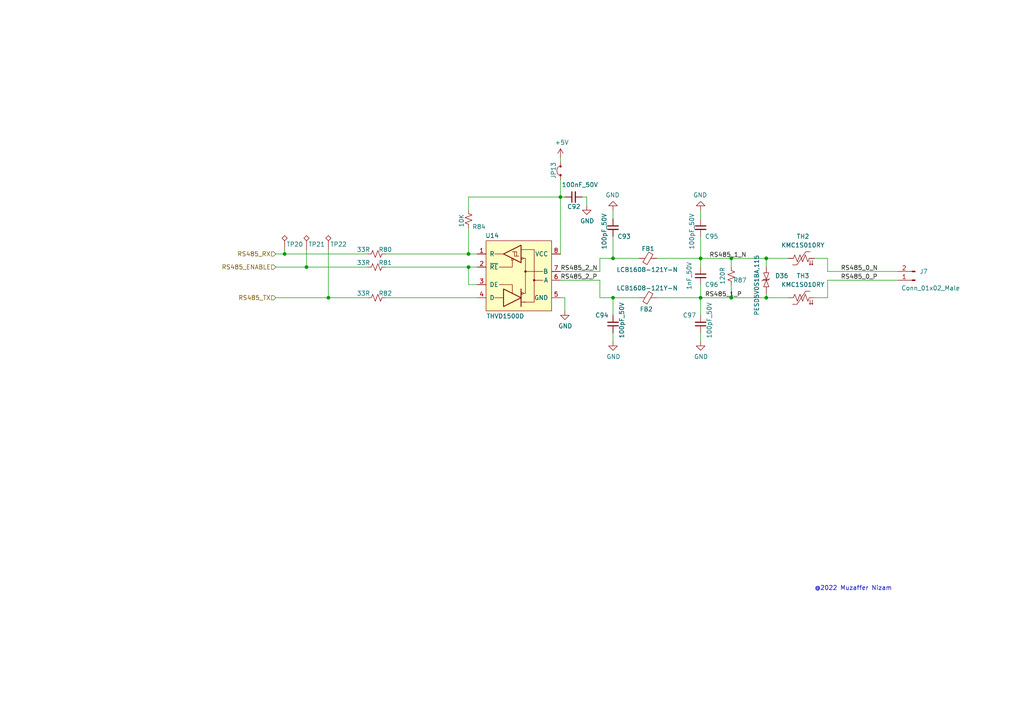
<source format=kicad_sch>
(kicad_sch (version 20231120) (generator "eeschema") (generator_version "8.0")
  (paper "A4")
  (lib_symbols
    (symbol "AKE_Capacitor:Capacitor_UnPolarised" (pin_numbers hide) (pin_names (offset 0.254) hide)
      (property "Reference" "C" (at 0.254 1.778 0))
      (property "Value" "Capacitor_UnPolarised" (at 0 -1.27 0))
      (symbol "Capacitor_UnPolarised_0_1"
        (polyline (pts (xy -1.524 -0.508) (xy 1.524 -0.508)) (stroke (width 0.3302)))
        (polyline (pts (xy -1.524 0.508) (xy 1.524 0.508)) (stroke (width 0.3048)))
      )
      (symbol "Capacitor_UnPolarised_1_1"
        (pin passive line (at 0 2.54 270) (length 2.032) (name "~") (number "1"))
        (pin passive line (at 0 -2.54 90) (length 2.032) (name "~") (number "2"))
      )
    )
    (symbol "AKE_Connector_Socket:Conn_01x02_Male" (pin_names (offset 1.016) hide)
      (property "Reference" "J" (at 0 2.54 0))
      (property "Value" "Conn_01x02_Male" (at 0 -5.08 0))
      (symbol "Conn_01x02_Male_1_1"
        (polyline (pts (xy 1.27 -2.54) (xy 0.8636 -2.54)) (stroke (width 0.1524)))
        (polyline (pts (xy 1.27 0) (xy 0.8636 0)) (stroke (width 0.1524)))
        (rectangle (start 0.8636 -2.413) (end 0 -2.667) (stroke (width 0.1524)) (fill (type outline)))
        (rectangle (start 0.8636 0.127) (end 0 -0.127) (stroke (width 0.1524)) (fill (type outline)))
        (pin passive line (at 5.08 0 180) (length 3.81) (name "Pin_1") (number "1"))
        (pin passive line (at 5.08 -2.54 180) (length 3.81) (name "Pin_2") (number "2"))
      )
    )
    (symbol "AKE_Device:Jumper_Pinheader" (pin_names (offset 0) hide)
      (property "Reference" "JP" (at 0 2.794 0))
      (symbol "Jumper_Pinheader_0_1"
        (arc (start 1.27 0.508) (mid 0 1.0341) (end -1.27 0.508))
      )
      (symbol "Jumper_Pinheader_1_0"
        (circle (center -1.27 0) (radius 0.254) (fill (type outline)))
        (circle (center 1.27 0) (radius 0.254) (fill (type outline)))
      )
      (symbol "Jumper_Pinheader_1_1"
        (pin passive line (at -2.54 0 0) (length 1.27) (name "A") (number "1"))
        (pin passive line (at 2.54 0 180) (length 1.27) (name "B") (number "2"))
      )
    )
    (symbol "AKE_Device:Test_Point" (pin_numbers hide) (pin_names (offset 0.762) hide)
      (property "Reference" "TP" (at 0 6.858 0))
      (property "Value" "Test_Point" (at 0 5.08 0))
      (symbol "Test_Point_0_1"
        (polyline (pts (xy 0 2.54) (xy -0.762 3.302) (xy 0 4.064) (xy 0.762 3.302) (xy 0 2.54)))
      )
      (symbol "Test_Point_1_1"
        (pin passive line (at 0 0 90) (length 2.54) (name "1") (number "1"))
      )
    )
    (symbol "AKE_Diode:Diode_TVS_Bidirectional" (pin_names (offset 1.016))
      (property "Reference" "D" (at 0.762 2.921 0))
      (property "Value" "Diode_TVS_Bidirectional" (at 4.318 5.207 0))
      (symbol "Diode_TVS_Bidirectional_0_1"
        (polyline (pts (xy 1.27 1.27) (xy 1.905 1.27)) (stroke (width 0.1524)))
        (polyline (pts (xy 4.064 2.032) (xy 3.556 2.54)) (stroke (width 0.1524)))
        (polyline (pts (xy 4.064 2.032) (xy 4.064 0.508)) (stroke (width 0.1524)))
        (polyline (pts (xy 6.35 1.27) (xy 5.969 1.27)) (stroke (width 0.1524)))
        (polyline (pts (xy 3.81 2.286) (xy 3.81 0.762) (xy 4.318 0.254)) (stroke (width 0.1524)))
        (polyline (pts (xy 3.81 1.27) (xy 1.905 0.508) (xy 1.905 2.032) (xy 3.81 1.27)) (stroke (width 0.1524)))
        (polyline (pts (xy 4.064 1.27) (xy 5.969 2.032) (xy 5.969 0.508) (xy 4.064 1.27)) (stroke (width 0.1524)))
      )
      (symbol "Diode_TVS_Bidirectional_1_1"
        (pin passive line (at 0 1.27 0) (length 1.27) (name "~") (number "1"))
        (pin passive line (at 7.62 1.27 180) (length 1.27) (name "~") (number "2"))
      )
    )
    (symbol "AKE_IC:THVD1500D" (pin_names (offset 1.016))
      (property "Reference" "U" (at 3.81 21.59 0))
      (property "Value" "THVD1500D" (at 11.43 -1.27 0))
      (symbol "THVD1500D_0_1"
        (polyline (pts (xy 7.62 3.81) (xy 5.08 3.81)))
        (polyline (pts (xy 7.62 16.51) (xy 5.08 16.51)))
        (polyline (pts (xy 10.16 6.35) (xy 10.16 5.08)) (stroke (width 0.1524)))
        (polyline (pts (xy 10.16 14.605) (xy 10.16 13.97)) (stroke (width 0.1524)))
        (polyline (pts (xy 12.7 6.35) (xy 12.7 1.27)) (stroke (width 0.254)))
        (polyline (pts (xy 13.97 2.54) (xy 13.335 2.54)) (stroke (width 0.1524)))
        (polyline (pts (xy 13.97 5.08) (xy 13.335 5.08)) (stroke (width 0.1524)))
        (polyline (pts (xy 13.97 15.24) (xy 13.335 15.24)) (stroke (width 0.1524)))
        (polyline (pts (xy 13.97 15.24) (xy 13.97 5.08)))
        (polyline (pts (xy 19.05 8.89) (xy 16.51 8.89)) (stroke (width 0.1524)))
        (polyline (pts (xy 19.05 11.43) (xy 13.97 11.43)) (stroke (width 0.1524)))
        (polyline (pts (xy 6.35 7.62) (xy 10.16 7.62) (xy 10.16 6.35)))
        (polyline (pts (xy 11.43 15.875) (xy 10.795 15.875) (xy 10.795 17.145)) (stroke (width 0.1524)))
        (polyline (pts (xy 6.35 12.7) (xy 8.89 12.7) (xy 10.16 12.7) (xy 10.16 13.97)))
        (polyline (pts (xy 7.62 16.51) (xy 12.7 19.05) (xy 12.7 13.97) (xy 7.62 16.51)) (stroke (width 0.254)))
        (polyline (pts (xy 10.16 17.145) (xy 11.43 17.145) (xy 11.43 15.875) (xy 12.065 15.875)) (stroke (width 0.1524)))
        (polyline (pts (xy 12.7 2.54) (xy 16.51 2.54) (xy 16.51 17.78) (xy 12.7 17.78)))
        (polyline (pts (xy 12.7 3.81) (xy 7.62 1.27) (xy 7.62 6.35) (xy 12.7 3.81)) (stroke (width 0.254)))
        (rectangle (start 2.54 20.32) (end 21.59 0) (fill (type background)))
        (circle (center 10.16 14.859) (radius 0.254) (stroke (width 0.1524)))
        (circle (center 13.081 5.08) (radius 0.254) (stroke (width 0.1524)))
        (circle (center 13.081 15.24) (radius 0.254) (stroke (width 0.1524)))
        (circle (center 13.97 11.43) (radius 0.254) (stroke (width 0.1524)) (fill (type outline)))
        (circle (center 16.51 8.89) (radius 0.254) (stroke (width 0.1524)) (fill (type outline)))
      )
      (symbol "THVD1500D_1_1"
        (pin input line (at 0 16.51 0) (length 2.54) (name "R") (number "1"))
        (pin input line (at 0 12.7 0) (length 2.54) (name "~{RE}") (number "2"))
        (pin input line (at 0 7.62 0) (length 2.54) (name "DE") (number "3"))
        (pin input line (at 0 3.81 0) (length 2.54) (name "D") (number "4"))
        (pin power_out line (at 24.13 3.81 180) (length 2.54) (name "GND") (number "5"))
        (pin input line (at 24.13 8.89 180) (length 2.54) (name "A") (number "6"))
        (pin input line (at 24.13 11.43 180) (length 2.54) (name "B") (number "7"))
        (pin power_in line (at 24.13 16.51 180) (length 2.54) (name "VCC") (number "8"))
      )
    )
    (symbol "AKE_Inductor:Ferrite_Bead" (pin_numbers hide) (pin_names (offset 0))
      (property "Reference" "FB" (at 1.27 3.175 90))
      (property "Value" "Ferrite_Bead" (at 3.81 3.175 90))
      (symbol "Ferrite_Bead_0_1"
        (polyline (pts (xy 1.651 1.27) (xy 1.2446 1.27)))
        (polyline (pts (xy 3.81 1.27) (xy 3.3274 1.27)))
        (polyline (pts (xy 2.2606 -0.5588) (xy 1.0414 0.1524) (xy 2.7432 3.0988) (xy 3.9624 2.3876) (xy 2.2606 -0.5588)))
      )
      (symbol "Ferrite_Bead_1_1"
        (pin passive line (at 0 1.27 0) (length 1.27) (name "~") (number "1"))
        (pin passive line (at 5.08 1.27 180) (length 1.27) (name "~") (number "2"))
      )
    )
    (symbol "AKE_NTC_PTC:PTC_Thermistor_US" (pin_numbers hide) (pin_names (offset 0))
      (property "Reference" "TH" (at 2.54 1.27 90))
      (property "Value" "PTC_Thermistor_US" (at -3.81 -0.635 90))
      (symbol "PTC_Thermistor_US_0_1"
        (polyline (pts (xy -1.905 -3.175) (xy -1.651 -3.429)) (stroke (width 0.1524)))
        (polyline (pts (xy -1.905 -3.175) (xy -1.651 -2.921)) (stroke (width 0.1524)))
        (polyline (pts (xy -1.905 -2.54) (xy -1.651 -2.794)) (stroke (width 0.1524)))
        (polyline (pts (xy -1.905 -2.54) (xy -1.651 -2.286)) (stroke (width 0.1524)))
        (polyline (pts (xy -0.635 -3.175) (xy -1.905 -3.175)) (stroke (width 0.1524)))
        (polyline (pts (xy -0.635 -2.54) (xy -1.905 -2.54)) (stroke (width 0.1524)))
        (polyline (pts (xy 0 -2.286) (xy 0 -2.54)))
        (polyline (pts (xy 0 2.286) (xy 0 2.54)))
        (polyline (pts (xy 1.905 -1.27) (xy 1.905 -2.54)))
        (polyline (pts (xy -1.905 2.54) (xy -1.905 1.27) (xy 1.905 -1.27)))
        (polyline (pts (xy 0 -0.762) (xy 1.016 -1.143) (xy 0 -1.524) (xy -1.016 -1.905) (xy 0 -2.286)))
        (polyline (pts (xy 0 0.762) (xy 1.016 0.381) (xy 0 0) (xy -1.016 -0.381) (xy 0 -0.762)))
        (polyline (pts (xy 0 2.286) (xy 1.016 1.905) (xy 0 1.524) (xy -1.016 1.143) (xy 0 0.762)))
      )
      (symbol "PTC_Thermistor_US_1_1"
        (pin passive line (at 0 3.81 270) (length 1.27) (name "~") (number "1"))
        (pin passive line (at 0 -3.81 90) (length 1.27) (name "~") (number "2"))
      )
    )
    (symbol "AKE_Power:+5V" (power) (pin_names (offset 0))
      (property "Value" "+5V" (at 0 3.556 0))
      (symbol "+5V_0_1"
        (polyline (pts (xy -0.762 1.27) (xy 0 2.54)))
        (polyline (pts (xy 0 0) (xy 0 2.54)))
        (polyline (pts (xy 0 2.54) (xy 0.762 1.27)))
      )
      (symbol "+5V_1_1"
        (pin power_in line (at 0 0 90) (length 0) hide (name "+5V") (number "1"))
      )
    )
    (symbol "AKE_Power:GND" (power) (pin_names (offset 0))
      (property "Value" "GND" (at 0 -3.81 0))
      (symbol "GND_0_1"
        (polyline (pts (xy 0 0) (xy 0 -1.27) (xy 1.27 -1.27) (xy 0 -2.54) (xy -1.27 -1.27) (xy 0 -1.27)))
      )
      (symbol "GND_1_1"
        (pin power_in line (at 0 0 270) (length 0) hide (name "GND") (number "1"))
      )
    )
    (symbol "AKE_Resistor:Resistor_US" (pin_numbers hide) (pin_names (offset 0.254) hide)
      (property "Reference" "R" (at 0.762 0.508 0))
      (property "Value" "Resistor_US" (at 0.762 -1.016 0))
      (symbol "Resistor_US_1_1"
        (polyline (pts (xy 0 0) (xy 1.016 -0.381) (xy 0 -0.762) (xy -1.016 -1.143) (xy 0 -1.524)))
        (polyline (pts (xy 0 1.524) (xy 1.016 1.143) (xy 0 0.762) (xy -1.016 0.381) (xy 0 0)))
        (pin passive line (at 0 2.54 270) (length 1.016) (name "~") (number "1"))
        (pin passive line (at 0 -2.54 90) (length 1.016) (name "~") (number "2"))
      )
    )
  )
  (junction (at 177.8 74.93))
  (junction (at 177.8 86.36))
  (junction (at 203.2 86.36))
  (junction (at 212.09 74.93))
  (junction (at 162.56 57.15))
  (junction (at 88.9 77.47))
  (junction (at 222.25 86.36))
  (junction (at 95.25 86.36))
  (junction (at 135.89 77.47))
  (junction (at 222.25 74.93))
  (junction (at 203.2 74.93))
  (junction (at 135.89 73.66))
  (junction (at 82.55 73.66))
  (junction (at 212.09 86.36))
  (wire (pts (xy 111.76 77.47) (xy 135.89 77.47)))
  (wire (pts (xy 163.83 90.17) (xy 163.83 86.36)))
  (wire (pts (xy 203.2 74.93) (xy 203.2 77.47)))
  (wire (pts (xy 203.2 74.93) (xy 212.09 74.93)))
  (wire (pts (xy 222.25 86.36) (xy 228.6 86.36)))
  (wire (pts (xy 240.03 78.74) (xy 260.35 78.74)))
  (wire (pts (xy 111.76 86.36) (xy 138.43 86.36)))
  (wire (pts (xy 135.89 73.66) (xy 138.43 73.66)))
  (wire (pts (xy 240.03 81.28) (xy 260.35 81.28)))
  (wire (pts (xy 173.99 74.93) (xy 173.99 78.74)))
  (wire (pts (xy 82.55 73.66) (xy 106.68 73.66)))
  (wire (pts (xy 177.8 74.93) (xy 185.42 74.93)))
  (wire (pts (xy 212.09 74.93) (xy 222.25 74.93)))
  (wire (pts (xy 203.2 68.58) (xy 203.2 74.93)))
  (wire (pts (xy 203.2 60.96) (xy 203.2 63.5)))
  (wire (pts (xy 138.43 77.47) (xy 135.89 77.47)))
  (wire (pts (xy 190.5 86.36) (xy 203.2 86.36)))
  (wire (pts (xy 222.25 85.09) (xy 222.25 86.36)))
  (wire (pts (xy 170.18 57.15) (xy 168.91 57.15)))
  (wire (pts (xy 138.43 82.55) (xy 135.89 82.55)))
  (wire (pts (xy 162.56 57.15) (xy 162.56 73.66)))
  (wire (pts (xy 212.09 74.93) (xy 212.09 77.47)))
  (wire (pts (xy 203.2 86.36) (xy 212.09 86.36)))
  (wire (pts (xy 162.56 45.72) (xy 162.56 46.99)))
  (wire (pts (xy 80.01 86.36) (xy 95.25 86.36)))
  (wire (pts (xy 173.99 81.28) (xy 173.99 86.36)))
  (wire (pts (xy 95.25 72.39) (xy 95.25 86.36)))
  (wire (pts (xy 135.89 57.15) (xy 135.89 60.96)))
  (wire (pts (xy 82.55 72.39) (xy 82.55 73.66)))
  (wire (pts (xy 222.25 74.93) (xy 222.25 77.47)))
  (wire (pts (xy 173.99 86.36) (xy 177.8 86.36)))
  (wire (pts (xy 95.25 86.36) (xy 106.68 86.36)))
  (wire (pts (xy 240.03 74.93) (xy 240.03 78.74)))
  (wire (pts (xy 162.56 52.07) (xy 162.56 57.15)))
  (wire (pts (xy 190.5 74.93) (xy 203.2 74.93)))
  (wire (pts (xy 222.25 74.93) (xy 228.6 74.93)))
  (wire (pts (xy 240.03 86.36) (xy 240.03 81.28)))
  (wire (pts (xy 212.09 86.36) (xy 222.25 86.36)))
  (wire (pts (xy 111.76 73.66) (xy 135.89 73.66)))
  (wire (pts (xy 203.2 82.55) (xy 203.2 86.36)))
  (wire (pts (xy 177.8 60.96) (xy 177.8 63.5)))
  (wire (pts (xy 240.03 74.93) (xy 236.22 74.93)))
  (wire (pts (xy 177.8 68.58) (xy 177.8 74.93)))
  (wire (pts (xy 88.9 72.39) (xy 88.9 77.47)))
  (wire (pts (xy 177.8 86.36) (xy 177.8 91.44)))
  (wire (pts (xy 80.01 77.47) (xy 88.9 77.47)))
  (wire (pts (xy 236.22 86.36) (xy 240.03 86.36)))
  (wire (pts (xy 173.99 78.74) (xy 162.56 78.74)))
  (wire (pts (xy 163.83 57.15) (xy 162.56 57.15)))
  (wire (pts (xy 177.8 99.06) (xy 177.8 96.52)))
  (wire (pts (xy 170.18 59.69) (xy 170.18 57.15)))
  (wire (pts (xy 162.56 81.28) (xy 173.99 81.28)))
  (wire (pts (xy 135.89 57.15) (xy 162.56 57.15)))
  (wire (pts (xy 177.8 86.36) (xy 185.42 86.36)))
  (wire (pts (xy 88.9 77.47) (xy 106.68 77.47)))
  (wire (pts (xy 212.09 82.55) (xy 212.09 86.36)))
  (wire (pts (xy 203.2 86.36) (xy 203.2 91.44)))
  (wire (pts (xy 135.89 66.04) (xy 135.89 73.66)))
  (wire (pts (xy 173.99 74.93) (xy 177.8 74.93)))
  (wire (pts (xy 80.01 73.66) (xy 82.55 73.66)))
  (wire (pts (xy 135.89 82.55) (xy 135.89 77.47)))
  (wire (pts (xy 163.83 86.36) (xy 162.56 86.36)))
  (wire (pts (xy 203.2 99.06) (xy 203.2 96.52)))
  (text "@2022 Muzaffer Nizam" (at 236.22 171.45 0) (effects (font (size 1.27 1.27)) (justify left bottom)))
  (label "RS485_0_N" (at 243.84 78.74 0))
  (label "RS485_1_N" (at 205.74 74.93 0))
  (label "RS485_1_P" (at 204.47 86.36 0))
  (label "RS485_2_P" (at 162.56 81.28 0))
  (label "RS485_0_P" (at 243.84 81.28 0))
  (label "RS485_2_N" (at 162.56 78.74 0))
  (hierarchical_label "RS485_TX" (shape input) (at 80.01 86.36 180))
  (hierarchical_label "RS485_RX" (shape input) (at 80.01 73.66 180))
  (hierarchical_label "RS485_ENABLE" (shape input) (at 80.01 77.47 180))
  (symbol (lib_id "AKE_NTC_PTC:PTC_Thermistor_US") (at 232.41 74.93 90) (unit 1)
    (property "Reference" "TH2" (at 232.8926 68.58 90))
    (property "Value" "KMC1S010RY" (at 232.8926 71.12 90))
    (property "Footprint" "AKE_Resistor_SMD:RES_0603" (effects (hide yes)))
    (property "Description" "Thermistor, temperature dependent resistor, US symbol" (effects (hide yes)))
    (property "MFG P/N" "*" (effects (hide yes)))
  )
  (symbol (lib_id "AKE_Capacitor:Capacitor_UnPolarised") (at 166.37 57.15 90) (unit 1)
    (property "Reference" "C92" (at 168.402 59.944 90) (effects (justify left)))
    (property "Value" "100nF_50V" (at 173.482 53.594 90) (effects (justify left)))
    (property "Footprint" "AKE_Capacitor_SMD:CAP_0603" (effects (hide yes)))
    (property "MFG P/N" "*" (effects (hide yes)))
  )
  (symbol (lib_id "AKE_Diode:Diode_TVS_Bidirectional") (at 223.52 85.09 90) (unit 1)
    (property "Reference" "D36" (at 224.79 80.0099 90) (effects (justify right)))
    (property "Value" "PESD5V0S1BA,115" (at 219.456 73.914 0) (effects (justify right)))
    (property "Footprint" "AKE_Diode_SMD:SOD-323" (effects (hide yes)))
    (property "MFG P/N" "*" (effects (hide yes)))
  )
  (symbol (lib_id "AKE_Capacitor:Capacitor_UnPolarised") (at 203.2 66.04 0) (unit 1)
    (property "Reference" "C95" (at 204.47 68.58 0) (effects (justify left)))
    (property "Value" "100pF_50V" (at 200.66 72.39 90) (effects (justify left)))
    (property "Footprint" "AKE_Capacitor_SMD:CAP_0603" (effects (hide yes)))
    (property "MFG P/N" "*" (effects (hide yes)))
  )
  (symbol (lib_id "AKE_Resistor:Resistor_US") (at 212.09 80.01 180) (unit 1)
    (property "Reference" "R87" (at 214.63 81.28 0))
    (property "Value" "120R" (at 209.55 80.01 90))
    (property "Footprint" "AKE_Resistor_SMD:RES_1206" (effects (hide yes)))
    (property "MFG P/N" "*" (effects (hide yes)))
  )
  (symbol (lib_id "AKE_Capacitor:Capacitor_UnPolarised") (at 177.8 93.98 180) (unit 1)
    (property "Reference" "C94" (at 176.53 91.44 0) (effects (justify left)))
    (property "Value" "100pF_50V" (at 180.34 87.63 90) (effects (justify left)))
    (property "Footprint" "AKE_Capacitor_SMD:CAP_0603" (effects (hide yes)))
    (property "MFG P/N" "*" (effects (hide yes)))
  )
  (symbol (lib_id "AKE_Resistor:Resistor_US") (at 109.22 86.36 270) (unit 1)
    (property "Reference" "R82" (at 111.76 85.09 90))
    (property "Value" "33R" (at 105.41 85.09 90))
    (property "Footprint" "AKE_Resistor_SMD:RES_0603" (effects (hide yes)))
    (property "MFG P/N" "*" (effects (hide yes)))
  )
  (symbol (lib_id "AKE_Resistor:Resistor_US") (at 109.22 73.66 270) (unit 1)
    (property "Reference" "R80" (at 111.76 72.39 90))
    (property "Value" "33R" (at 105.41 72.39 90))
    (property "Footprint" "AKE_Resistor_SMD:RES_0603" (effects (hide yes)))
    (property "MFG P/N" "*" (effects (hide yes)))
  )
  (symbol (lib_id "AKE_Capacitor:Capacitor_UnPolarised") (at 177.8 66.04 0) (unit 1)
    (property "Reference" "C93" (at 179.07 68.58 0) (effects (justify left)))
    (property "Value" "100pF_50V" (at 175.26 72.39 90) (effects (justify left)))
    (property "Footprint" "AKE_Capacitor_SMD:CAP_0603" (effects (hide yes)))
    (property "MFG P/N" "*" (effects (hide yes)))
  )
  (symbol (lib_id "AKE_Power:GND") (at 170.18 59.69 0) (unit 1)
    (property "Reference" "#PWR0129" (effects (hide yes)))
    (property "Value" "GND" (at 170.307 64.0842 0))
  )
  (symbol (lib_id "AKE_Device:Test_Point") (at 88.9 72.39 0) (unit 1)
    (property "Reference" "TP21" (at 89.408 70.866 0) (effects (justify left)))
    (property "Value" "Test_Point" (effects (hide yes)))
    (property "Footprint" "AKE_PCB:TEST_POINT" (effects (hide yes)))
    (property "Description" "test point (alternative shape)" (effects (hide yes)))
  )
  (symbol (lib_id "AKE_Inductor:Ferrite_Bead") (at 185.42 76.2 0) (unit 1)
    (property "Reference" "FB1" (at 187.96 72.136 0))
    (property "Value" "LCB1608-121Y-N" (at 187.706 78.232 0))
    (property "Footprint" "AKE_Resistor_SMD:RES_0603" (effects (hide yes)))
    (property "Description" "Ferrite bead, small symbol" (effects (hide yes)))
    (property "MFG P/N" "*" (effects (hide yes)))
  )
  (symbol (lib_id "AKE_Connector_Socket:Conn_01x02_Male") (at 265.43 81.28 180) (unit 1)
    (property "Reference" "J7" (at 266.7 78.7399 0) (effects (justify right)))
    (property "Value" "Conn_01x02_Male" (at 261.366 83.566 0) (effects (justify right)))
    (property "Footprint" "AKE_Connector_W2B:TerminalBlock_Phoenix_MKDS-1,5-2_1x02_P5.00mm_Horizontal" (effects (hide yes)))
    (property "MFG P/N" "L-KLS2-306V-5.00-02P-4C " (effects (hide yes)))
  )
  (symbol (lib_id "AKE_Power:GND") (at 203.2 99.06 0) (unit 1)
    (property "Reference" "#PWR0135" (effects (hide yes)))
    (property "Value" "GND" (at 203.327 103.4542 0))
  )
  (symbol (lib_id "AKE_Power:GND") (at 203.2 60.96 180) (unit 1)
    (property "Reference" "#PWR0134" (effects (hide yes)))
    (property "Value" "GND" (at 203.073 56.5658 0))
  )
  (symbol (lib_id "AKE_IC:THVD1500D") (at 138.43 90.17 0) (unit 1)
    (property "Reference" "U14" (at 142.748 68.326 0))
    (property "Value" "THVD1500D" (at 146.558 91.694 0))
    (property "Footprint" "AKE_IC_SMD:SOIC-8_3.9x4.9mm_P1.27mm" (effects (hide yes)))
    (property "Datasheet" "https://www.ti.com/lit/ds/symlink/thvd1500.pdf?HQS=dis-dk-null-digikeymode-dsf-pf-null-wwe&ts=1614174684378" (effects (hide yes)))
    (property "MFG P/N" "THVD1500D" (effects (hide yes)))
  )
  (symbol (lib_id "AKE_Power:GND") (at 177.8 99.06 0) (unit 1)
    (property "Reference" "#PWR0133" (effects (hide yes)))
    (property "Value" "GND" (at 177.927 103.4542 0))
  )
  (symbol (lib_id "AKE_Power:GND") (at 163.83 90.17 0) (unit 1)
    (property "Reference" "#PWR0130" (effects (hide yes)))
    (property "Value" "GND" (at 163.957 94.5642 0))
  )
  (symbol (lib_id "AKE_NTC_PTC:PTC_Thermistor_US") (at 232.41 86.36 90) (unit 1)
    (property "Reference" "TH3" (at 232.8926 80.01 90))
    (property "Value" "KMC1S010RY" (at 232.8926 82.55 90))
    (property "Footprint" "AKE_Resistor_SMD:RES_0603" (effects (hide yes)))
    (property "Description" "Thermistor, temperature dependent resistor, US symbol" (effects (hide yes)))
    (property "MFG P/N" "*" (effects (hide yes)))
  )
  (symbol (lib_id "AKE_Capacitor:Capacitor_UnPolarised") (at 203.2 93.98 180) (unit 1)
    (property "Reference" "C97" (at 201.93 91.44 0) (effects (justify left)))
    (property "Value" "100pF_50V" (at 205.74 87.63 90) (effects (justify left)))
    (property "Footprint" "AKE_Capacitor_SMD:CAP_0603" (effects (hide yes)))
    (property "MFG P/N" "*" (effects (hide yes)))
  )
  (symbol (lib_id "AKE_Device:Jumper_Pinheader") (at 162.56 49.53 90) (unit 1)
    (property "Reference" "JP13" (at 160.528 46.99 0) (effects (justify right)))
    (property "Value" "Jumper_Pinheader" (effects (hide yes)))
    (property "Footprint" "AKE_Pinheader_TH:PinHeader_1x02_P2.54mm_Vertical" (effects (hide yes)))
    (property "Description" "Jumper, 2-pole, open" (effects (hide yes)))
    (property "MFG P/N" "*" (effects (hide yes)))
  )
  (symbol (lib_id "AKE_Device:Test_Point") (at 95.25 72.39 0) (unit 1)
    (property "Reference" "TP22" (at 95.758 70.866 0) (effects (justify left)))
    (property "Value" "Test_Point" (effects (hide yes)))
    (property "Footprint" "AKE_PCB:TEST_POINT" (effects (hide yes)))
    (property "Description" "test point (alternative shape)" (effects (hide yes)))
  )
  (symbol (lib_id "AKE_Capacitor:Capacitor_UnPolarised") (at 203.2 80.01 0) (unit 1)
    (property "Reference" "C96" (at 204.47 82.55 0) (effects (justify left)))
    (property "Value" "1nF_50V" (at 199.898 84.074 90) (effects (justify left)))
    (property "Footprint" "AKE_Capacitor_SMD:CAP_0603" (effects (hide yes)))
    (property "MFG P/N" "*" (effects (hide yes)))
  )
  (symbol (lib_id "AKE_Power:+5V") (at 162.56 45.72 0) (unit 1)
    (property "Reference" "#PWR0131" (effects (hide yes)))
    (property "Value" "+5V" (at 162.941 41.3258 0))
  )
  (symbol (lib_id "AKE_Inductor:Ferrite_Bead") (at 185.42 87.63 0) (unit 1)
    (property "Reference" "FB2" (at 187.452 89.662 0))
    (property "Value" "LCB1608-121Y-N" (at 187.706 83.566 0))
    (property "Footprint" "AKE_Resistor_SMD:RES_0603" (effects (hide yes)))
    (property "Description" "Ferrite bead, small symbol" (effects (hide yes)))
    (property "MFG P/N" "*" (effects (hide yes)))
  )
  (symbol (lib_id "AKE_Power:GND") (at 177.8 60.96 180) (unit 1)
    (property "Reference" "#PWR0132" (effects (hide yes)))
    (property "Value" "GND" (at 177.673 56.5658 0))
  )
  (symbol (lib_id "AKE_Resistor:Resistor_US") (at 135.89 63.5 180) (unit 1)
    (property "Reference" "R84" (at 138.938 65.786 0))
    (property "Value" "10K" (at 133.858 64.008 90))
    (property "Footprint" "AKE_Resistor_SMD:RES_0603" (effects (hide yes)))
    (property "MFG P/N" "*" (effects (hide yes)))
  )
  (symbol (lib_id "AKE_Resistor:Resistor_US") (at 109.22 77.47 270) (unit 1)
    (property "Reference" "R81" (at 111.76 76.2 90))
    (property "Value" "33R" (at 105.41 76.2 90))
    (property "Footprint" "AKE_Resistor_SMD:RES_0603" (effects (hide yes)))
    (property "MFG P/N" "*" (effects (hide yes)))
  )
  (symbol (lib_id "AKE_Device:Test_Point") (at 82.55 72.39 0) (unit 1)
    (property "Reference" "TP20" (at 83.058 70.866 0) (effects (justify left)))
    (property "Value" "Test_Point" (effects (hide yes)))
    (property "Footprint" "AKE_PCB:TEST_POINT" (effects (hide yes)))
    (property "Description" "test point (alternative shape)" (effects (hide yes)))
  )
)
</source>
